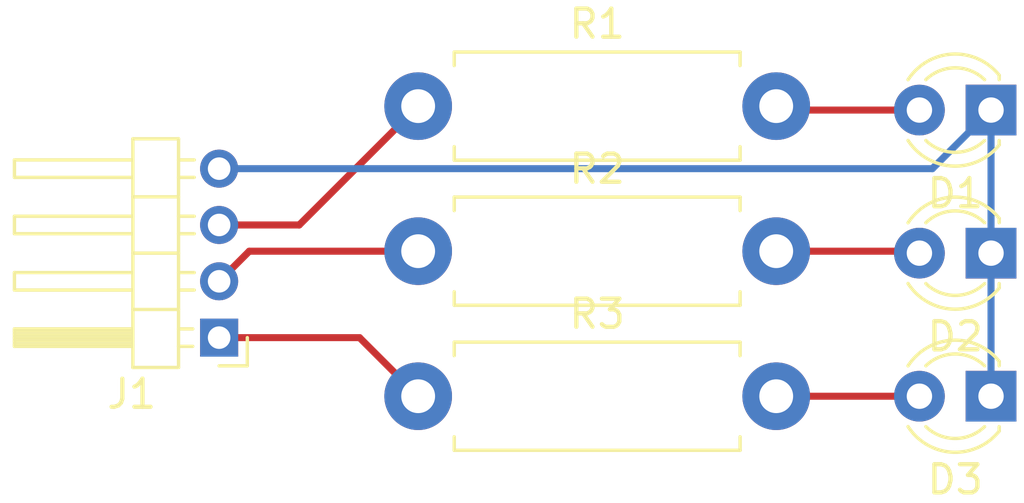
<source format=kicad_pcb>
(kicad_pcb (version 20221018) (generator pcbnew)
  (layers (0 "F.Cu" signal) (31 "B.Cu" signal) (34 "B.Paste" user) (35 "F.Paste" user) (36 "B.SilkS" user "B.Silkscreen") (37 "F.SilkS" user "F.Silkscreen") (38 "B.Mask" user) (39 "F.Mask" user) (44 "Edge.Cuts" user))
  (net 0 "")
  (net 1 "Net-(D1-K)")
  (net 2 "Net-(D1-A)")
  (net 3 "Net-(D2-A)")
  (net 4 "Net-(D3-A)")
  (net 5 "Net-(J1-Pin_1)")
  (net 6 "Net-(J1-Pin_2)")
  (net 7 "Net-(J1-Pin_3)")
  (footprint "LED_THT:LED_D3.0mm" (layer "F.Cu") (at 76.2 60.96 180)
    (fp_text reference "D3" (at 1.27 -2.96) (layer "F.SilkS"))
    (fp_text value "LED")
    (fp_line (start -0.29 -1.236) (end -0.29 -1.08) (stroke (width 0.12)) (layer "F.SilkS"))
    (fp_line (start -0.29 1.08) (end -0.29 1.236) (stroke (width 0.12)) (layer "F.SilkS"))
    (fp_arc (start -0.29 -1.235516) (mid 1.366487 -1.987659) (end 2.942335 -1.078608) (stroke (width 0.12)) (layer "F.SilkS"))
    (fp_arc (start 0.229039 -1.08) (mid 1.270117 -1.5) (end 2.31113 -1.079837) (stroke (width 0.12)) (layer "F.SilkS"))
    (fp_arc (start 2.31113 1.079837) (mid 1.270117 1.5) (end 0.229039 1.08) (stroke (width 0.12)) (layer "F.SilkS"))
    (fp_arc (start 2.942335 1.078608) (mid 1.366487 1.987659) (end -0.29 1.235516) (stroke (width 0.12)) (layer "F.SilkS"))
    (pad "1" thru_hole rect (at 0 0 180) (size 1.8 1.8) (drill 0.9) (layers "*.Cu" "*.Mask") (net 1 "Net-(D1-K)"))
    (pad "2" thru_hole circle (at 2.54 0 180) (size 1.8 1.8) (drill 0.9) (layers "*.Cu" "*.Mask") (net 4 "Net-(D3-A)"))
  )
  (footprint "Connector_PinHeader_2.00mm:PinHeader_1x04_P2.00mm_Horizontal" (layer "F.Cu") (at 48.82 58.88 180)
    (fp_text reference "J1" (at 3.1 -2) (layer "F.SilkS"))
    (fp_text value "Conn_01x04")
    (fp_line (start -1 -1) (end 0 -1) (stroke (width 0.12)) (layer "F.SilkS"))
    (fp_line (start -1 0) (end -1 -1) (stroke (width 0.12)) (layer "F.SilkS"))
    (fp_line (start 0.882114 1.69) (end 1.44 1.69) (stroke (width 0.12)) (layer "F.SilkS"))
    (fp_line (start 0.882114 2.31) (end 1.44 2.31) (stroke (width 0.12)) (layer "F.SilkS"))
    (fp_line (start 0.882114 3.69) (end 1.44 3.69) (stroke (width 0.12)) (layer "F.SilkS"))
    (fp_line (start 0.882114 4.31) (end 1.44 4.31) (stroke (width 0.12)) (layer "F.SilkS"))
    (fp_line (start 0.882114 5.69) (end 1.44 5.69) (stroke (width 0.12)) (layer "F.SilkS"))
    (fp_line (start 0.882114 6.31) (end 1.44 6.31) (stroke (width 0.12)) (layer "F.SilkS"))
    (fp_line (start 0.935 -0.31) (end 1.44 -0.31) (stroke (width 0.12)) (layer "F.SilkS"))
    (fp_line (start 0.935 0.31) (end 1.44 0.31) (stroke (width 0.12)) (layer "F.SilkS"))
    (fp_line (start 1.44 -1.06) (end 1.44 7.06) (stroke (width 0.12)) (layer "F.SilkS"))
    (fp_line (start 1.44 1) (end 3.06 1) (stroke (width 0.12)) (layer "F.SilkS"))
    (fp_line (start 1.44 3) (end 3.06 3) (stroke (width 0.12)) (layer "F.SilkS"))
    (fp_line (start 1.44 5) (end 3.06 5) (stroke (width 0.12)) (layer "F.SilkS"))
    (fp_line (start 1.44 7.06) (end 3.06 7.06) (stroke (width 0.12)) (layer "F.SilkS"))
    (fp_line (start 3.06 -1.06) (end 1.44 -1.06) (stroke (width 0.12)) (layer "F.SilkS"))
    (fp_line (start 3.06 -0.31) (end 7.26 -0.31) (stroke (width 0.12)) (layer "F.SilkS"))
    (fp_line (start 3.06 -0.25) (end 7.26 -0.25) (stroke (width 0.12)) (layer "F.SilkS"))
    (fp_line (start 3.06 -0.13) (end 7.26 -0.13) (stroke (width 0.12)) (layer "F.SilkS"))
    (fp_line (start 3.06 -0.01) (end 7.26 -0.01) (stroke (width 0.12)) (layer "F.SilkS"))
    (fp_line (start 3.06 0.11) (end 7.26 0.11) (stroke (width 0.12)) (layer "F.SilkS"))
    (fp_line (start 3.06 0.23) (end 7.26 0.23) (stroke (width 0.12)) (layer "F.SilkS"))
    (fp_line (start 3.06 1.69) (end 7.26 1.69) (stroke (width 0.12)) (layer "F.SilkS"))
    (fp_line (start 3.06 3.69) (end 7.26 3.69) (stroke (width 0.12)) (layer "F.SilkS"))
    (fp_line (start 3.06 5.69) (end 7.26 5.69) (stroke (width 0.12)) (layer "F.SilkS"))
    (fp_line (start 3.06 7.06) (end 3.06 -1.06) (stroke (width 0.12)) (layer "F.SilkS"))
    (fp_line (start 7.26 -0.31) (end 7.26 0.31) (stroke (width 0.12)) (layer "F.SilkS"))
    (fp_line (start 7.26 0.31) (end 3.06 0.31) (stroke (width 0.12)) (layer "F.SilkS"))
    (fp_line (start 7.26 1.69) (end 7.26 2.31) (stroke (width 0.12)) (layer "F.SilkS"))
    (fp_line (start 7.26 2.31) (end 3.06 2.31) (stroke (width 0.12)) (layer "F.SilkS"))
    (fp_line (start 7.26 3.69) (end 7.26 4.31) (stroke (width 0.12)) (layer "F.SilkS"))
    (fp_line (start 7.26 4.31) (end 3.06 4.31) (stroke (width 0.12)) (layer "F.SilkS"))
    (fp_line (start 7.26 5.69) (end 7.26 6.31) (stroke (width 0.12)) (layer "F.SilkS"))
    (fp_line (start 7.26 6.31) (end 3.06 6.31) (stroke (width 0.12)) (layer "F.SilkS"))
    (pad "1" thru_hole rect (at 0 0 180) (size 1.35 1.35) (drill 0.8) (layers "*.Cu" "*.Mask") (net 5 "Net-(J1-Pin_1)"))
    (pad "2" thru_hole oval (at 0 2 180) (size 1.35 1.35) (drill 0.8) (layers "*.Cu" "*.Mask") (net 6 "Net-(J1-Pin_2)"))
    (pad "3" thru_hole oval (at 0 4 180) (size 1.35 1.35) (drill 0.8) (layers "*.Cu" "*.Mask") (net 7 "Net-(J1-Pin_3)"))
    (pad "4" thru_hole oval (at 0 6 180) (size 1.35 1.35) (drill 0.8) (layers "*.Cu" "*.Mask") (net 1 "Net-(D1-K)"))
  )
  (footprint "Resistor_THT:R_Axial_DIN0411_L9.9mm_D3.6mm_P12.70mm_Horizontal" (layer "F.Cu") (at 55.88 60.96)
    (fp_text reference "R3" (at 6.35 -2.92) (layer "F.SilkS"))
    (fp_text value "R")
    (fp_line (start 1.28 -1.92) (end 11.42 -1.92) (stroke (width 0.12)) (layer "F.SilkS"))
    (fp_line (start 1.28 -1.44) (end 1.28 -1.92) (stroke (width 0.12)) (layer "F.SilkS"))
    (fp_line (start 1.28 1.44) (end 1.28 1.92) (stroke (width 0.12)) (layer "F.SilkS"))
    (fp_line (start 1.28 1.92) (end 11.42 1.92) (stroke (width 0.12)) (layer "F.SilkS"))
    (fp_line (start 11.42 -1.92) (end 11.42 -1.44) (stroke (width 0.12)) (layer "F.SilkS"))
    (fp_line (start 11.42 1.92) (end 11.42 1.44) (stroke (width 0.12)) (layer "F.SilkS"))
    (pad "1" thru_hole circle (at 0 0) (size 2.4 2.4) (drill 1.2) (layers "*.Cu" "*.Mask") (net 5 "Net-(J1-Pin_1)"))
    (pad "2" thru_hole oval (at 12.7 0) (size 2.4 2.4) (drill 1.2) (layers "*.Cu" "*.Mask") (net 4 "Net-(D3-A)"))
  )
  (footprint "Resistor_THT:R_Axial_DIN0411_L9.9mm_D3.6mm_P12.70mm_Horizontal" (layer "F.Cu") (at 55.88 55.81)
    (fp_text reference "R2" (at 6.35 -2.92) (layer "F.SilkS"))
    (fp_text value "R")
    (fp_line (start 1.28 -1.92) (end 11.42 -1.92) (stroke (width 0.12)) (layer "F.SilkS"))
    (fp_line (start 1.28 -1.44) (end 1.28 -1.92) (stroke (width 0.12)) (layer "F.SilkS"))
    (fp_line (start 1.28 1.44) (end 1.28 1.92) (stroke (width 0.12)) (layer "F.SilkS"))
    (fp_line (start 1.28 1.92) (end 11.42 1.92) (stroke (width 0.12)) (layer "F.SilkS"))
    (fp_line (start 11.42 -1.92) (end 11.42 -1.44) (stroke (width 0.12)) (layer "F.SilkS"))
    (fp_line (start 11.42 1.92) (end 11.42 1.44) (stroke (width 0.12)) (layer "F.SilkS"))
    (pad "1" thru_hole circle (at 0 0) (size 2.4 2.4) (drill 1.2) (layers "*.Cu" "*.Mask") (net 6 "Net-(J1-Pin_2)"))
    (pad "2" thru_hole oval (at 12.7 0) (size 2.4 2.4) (drill 1.2) (layers "*.Cu" "*.Mask") (net 3 "Net-(D2-A)"))
  )
  (footprint "LED_THT:LED_D3.0mm" (layer "F.Cu") (at 76.2 55.88 180)
    (fp_text reference "D2" (at 1.27 -2.96) (layer "F.SilkS"))
    (fp_text value "LED")
    (fp_line (start -0.29 -1.236) (end -0.29 -1.08) (stroke (width 0.12)) (layer "F.SilkS"))
    (fp_line (start -0.29 1.08) (end -0.29 1.236) (stroke (width 0.12)) (layer "F.SilkS"))
    (fp_arc (start -0.29 -1.235516) (mid 1.366487 -1.987659) (end 2.942335 -1.078608) (stroke (width 0.12)) (layer "F.SilkS"))
    (fp_arc (start 0.229039 -1.08) (mid 1.270117 -1.5) (end 2.31113 -1.079837) (stroke (width 0.12)) (layer "F.SilkS"))
    (fp_arc (start 2.31113 1.079837) (mid 1.270117 1.5) (end 0.229039 1.08) (stroke (width 0.12)) (layer "F.SilkS"))
    (fp_arc (start 2.942335 1.078608) (mid 1.366487 1.987659) (end -0.29 1.235516) (stroke (width 0.12)) (layer "F.SilkS"))
    (pad "1" thru_hole rect (at 0 0 180) (size 1.8 1.8) (drill 0.9) (layers "*.Cu" "*.Mask") (net 1 "Net-(D1-K)"))
    (pad "2" thru_hole circle (at 2.54 0 180) (size 1.8 1.8) (drill 0.9) (layers "*.Cu" "*.Mask") (net 3 "Net-(D2-A)"))
  )
  (footprint "LED_THT:LED_D3.0mm" (layer "F.Cu") (at 76.2 50.8 180)
    (fp_text reference "D1" (at 1.27 -2.96) (layer "F.SilkS"))
    (fp_text value "LED")
    (fp_line (start -0.29 -1.236) (end -0.29 -1.08) (stroke (width 0.12)) (layer "F.SilkS"))
    (fp_line (start -0.29 1.08) (end -0.29 1.236) (stroke (width 0.12)) (layer "F.SilkS"))
    (fp_arc (start -0.29 -1.235516) (mid 1.366487 -1.987659) (end 2.942335 -1.078608) (stroke (width 0.12)) (layer "F.SilkS"))
    (fp_arc (start 0.229039 -1.08) (mid 1.270117 -1.5) (end 2.31113 -1.079837) (stroke (width 0.12)) (layer "F.SilkS"))
    (fp_arc (start 2.31113 1.079837) (mid 1.270117 1.5) (end 0.229039 1.08) (stroke (width 0.12)) (layer "F.SilkS"))
    (fp_arc (start 2.942335 1.078608) (mid 1.366487 1.987659) (end -0.29 1.235516) (stroke (width 0.12)) (layer "F.SilkS"))
    (pad "1" thru_hole rect (at 0 0 180) (size 1.8 1.8) (drill 0.9) (layers "*.Cu" "*.Mask") (net 1 "Net-(D1-K)"))
    (pad "2" thru_hole circle (at 2.54 0 180) (size 1.8 1.8) (drill 0.9) (layers "*.Cu" "*.Mask") (net 2 "Net-(D1-A)"))
  )
  (footprint "Resistor_THT:R_Axial_DIN0411_L9.9mm_D3.6mm_P12.70mm_Horizontal" (layer "F.Cu") (at 55.88 50.66)
    (fp_text reference "R1" (at 6.35 -2.92) (layer "F.SilkS"))
    (fp_text value "R")
    (fp_line (start 1.28 -1.92) (end 11.42 -1.92) (stroke (width 0.12)) (layer "F.SilkS"))
    (fp_line (start 1.28 -1.44) (end 1.28 -1.92) (stroke (width 0.12)) (layer "F.SilkS"))
    (fp_line (start 1.28 1.44) (end 1.28 1.92) (stroke (width 0.12)) (layer "F.SilkS"))
    (fp_line (start 1.28 1.92) (end 11.42 1.92) (stroke (width 0.12)) (layer "F.SilkS"))
    (fp_line (start 11.42 -1.92) (end 11.42 -1.44) (stroke (width 0.12)) (layer "F.SilkS"))
    (fp_line (start 11.42 1.92) (end 11.42 1.44) (stroke (width 0.12)) (layer "F.SilkS"))
    (pad "1" thru_hole circle (at 0 0) (size 2.4 2.4) (drill 1.2) (layers "*.Cu" "*.Mask") (net 7 "Net-(J1-Pin_3)"))
    (pad "2" thru_hole oval (at 12.7 0) (size 2.4 2.4) (drill 1.2) (layers "*.Cu" "*.Mask") (net 2 "Net-(D1-A)"))
  )
  (segment (start 76.2 50.8) (end 74.12 52.88) (width 0.25) (layer "B.Cu") (net 1))
  (segment (start 74.12 52.88) (end 48.82 52.88) (width 0.25) (layer "B.Cu") (net 1))
  (segment (start 76.2 60.96) (end 76.2 55.88) (width 0.25) (layer "B.Cu") (net 1))
  (segment (start 76.2 55.88) (end 76.2 50.8) (width 0.25) (layer "B.Cu") (net 1))
  (segment (start 68.72 50.8) (end 68.58 50.66) (width 0.25) (layer "F.Cu") (net 2))
  (segment (start 73.66 50.8) (end 68.72 50.8) (width 0.25) (layer "F.Cu") (net 2))
  (segment (start 68.58 55.81) (end 73.59 55.81) (width 0.25) (layer "F.Cu") (net 3))
  (segment (start 73.59 55.81) (end 73.66 55.88) (width 0.25) (layer "F.Cu") (net 3))
  (segment (start 68.58 60.96) (end 73.66 60.96) (width 0.25) (layer "F.Cu") (net 4))
  (segment (start 53.8 58.88) (end 55.88 60.96) (width 0.25) (layer "F.Cu") (net 5))
  (segment (start 48.82 58.88) (end 53.8 58.88) (width 0.25) (layer "F.Cu") (net 5))
  (segment (start 49.89 55.81) (end 55.88 55.81) (width 0.25) (layer "F.Cu") (net 6))
  (segment (start 48.82 56.88) (end 49.89 55.81) (width 0.25) (layer "F.Cu") (net 6))
  (segment (start 51.66 54.88) (end 55.88 50.66) (width 0.25) (layer "F.Cu") (net 7))
  (segment (start 48.82 54.88) (end 51.66 54.88) (width 0.25) (layer "F.Cu") (net 7))
)
</source>
